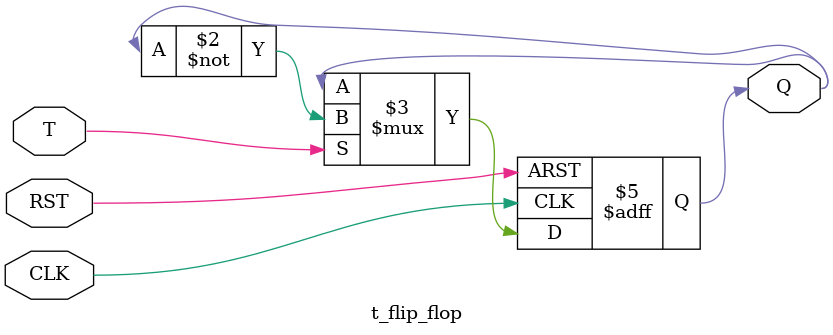
<source format=v>
module t_flip_flop(
    input T,     // T input for the flip-flop
    input CLK,   // Clock input
    input RST,   // Reset input
    output reg Q  // Output Q
);

always @(posedge CLK or posedge RST) begin
    if (RST) begin
        Q <= 1'b0; // Reset the flip-flop to 0
    end else begin
        if (T) begin
            Q <= ~Q; // Toggle Q when T is 1
        end
    end
end

endmodule
</source>
